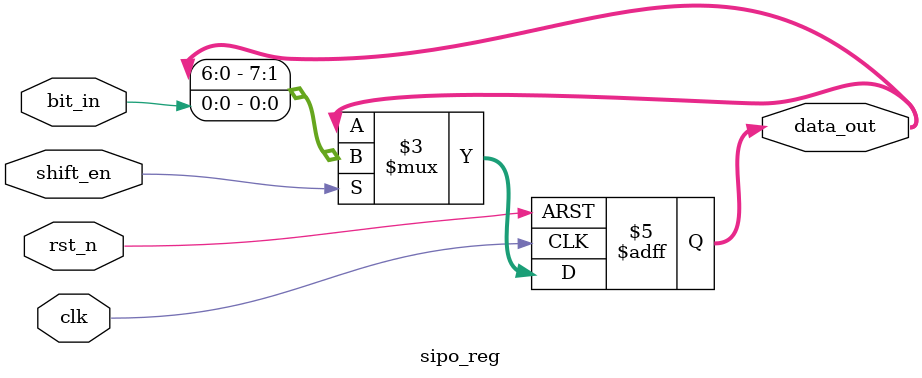
<source format=v>
`timescale 1ns/1ps
module sipo_reg #(
    parameter WIDTH = 8
)(
    input  wire clk,
    input  wire rst_n,
    input  wire shift_en,
    input  wire bit_in,
    output reg  [WIDTH-1:0] data_out
);
    always @(posedge clk or negedge rst_n) begin
        if (!rst_n)
            data_out <= 0;
        else if (shift_en)
            data_out <= {data_out[WIDTH-2:0], bit_in}; // desplaza izquierda
    end
endmodule

</source>
